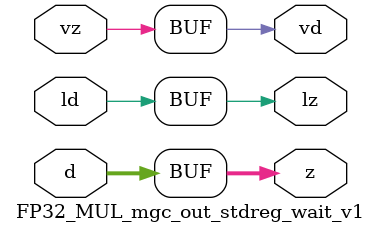
<source format=v>
module FP32_MUL_mgc_out_stdreg_wait_v1 (ld, vd, d, lz, vz, z);
  parameter integer rscid = 1;
  parameter integer width = 8;
  input ld;
  output vd;
  input [width-1:0] d;
  output lz;
  input vz;
  output [width-1:0] z;
  wire vd;
  wire lz;
  wire [width-1:0] z;
  assign z = d;
  assign lz = ld;
  assign vd = vz;
endmodule
</source>
